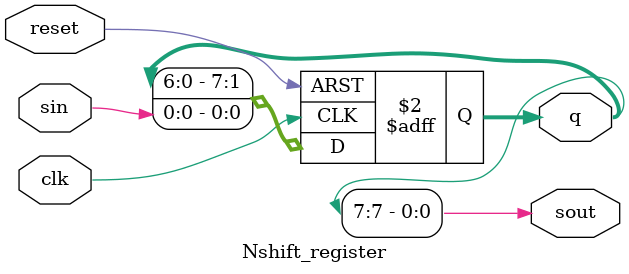
<source format=sv>
module Nshift_register #(parameter N = 8)
								(input logic clk,
								input logic reset, sin,
								output logic [N-1:0] q,
								output logic sout);
		always_ff @(posedge clk, posedge reset)
			if (reset) q <= 0;
			else q <= {q[N-2:0], sin};
		assign sout = q[N-1];
endmodule

</source>
